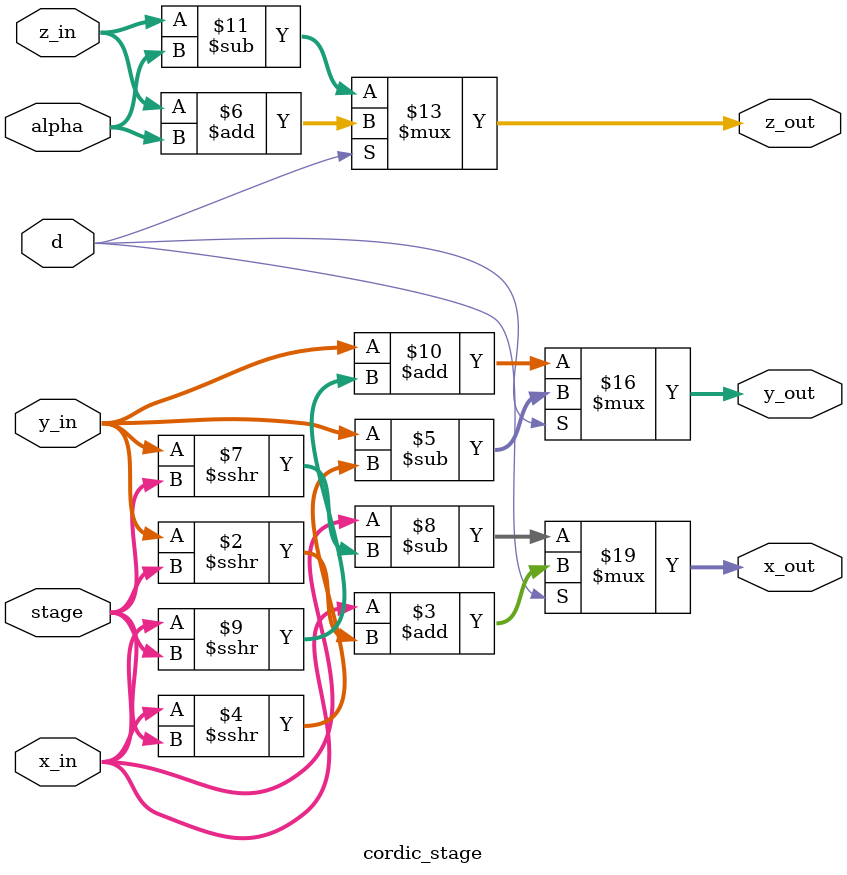
<source format=sv>
module cordic_stage 
#(
    parameter unsigned XY_WIDTH = 16,
    parameter unsigned Z_WIDTH = 16
)(
    input  logic signed   [Z_WIDTH-1:0]  alpha,
    input  logic unsigned [$clog2(XY_WIDTH)-1:0] stage,
    
    input  logic d,

    input  logic signed   [XY_WIDTH-1:0] x_in,
    input  logic signed   [XY_WIDTH-1:0] y_in,
    input  logic signed   [Z_WIDTH-1:0]  z_in,

    output logic [XY_WIDTH-1:0] x_out,
    output logic [XY_WIDTH-1:0] y_out,
    output logic [Z_WIDTH-1:0]  z_out
);
    always_comb
    begin
        if (d)
        begin
            x_out = x_in + (y_in >>> stage);
            y_out = y_in - (x_in >>> stage);
            z_out = z_in + alpha;
        end 
        else begin
            x_out = x_in - (y_in >>> stage);
            y_out = y_in + (x_in >>> stage);
            z_out = z_in - alpha;
        end
    end        
endmodule


</source>
